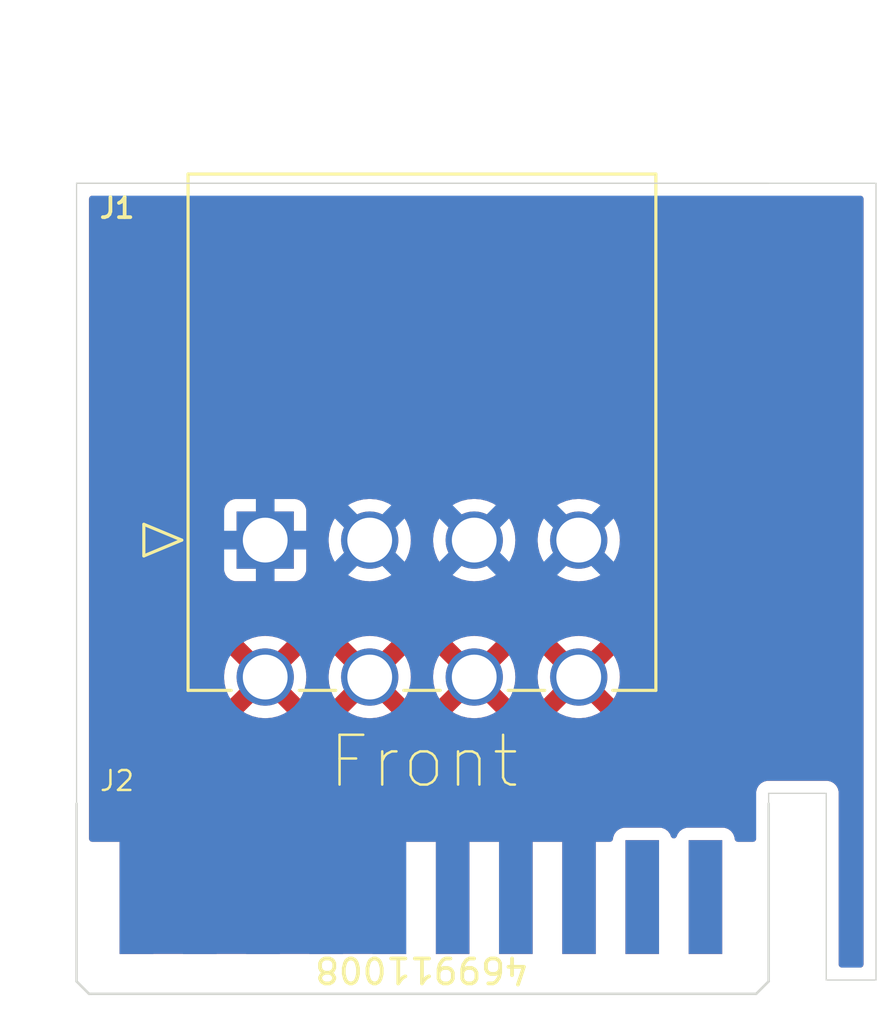
<source format=kicad_pcb>
(kicad_pcb (version 20240108) (generator "pcbnew") (generator_version "8.0")
  (layers (0 "F.Cu" signal) (31 "B.Cu" signal) (34 "B.Paste" user) (35 "F.Paste" user) (36 "B.SilkS" user "B.Silkscreen") (37 "F.SilkS" user "F.Silkscreen") (38 "B.Mask" user) (39 "F.Mask" user) (44 "Edge.Cuts" user))
  (net 0 "")
  (net 1 "GND")
  (net 2 "+12V")
  (footprint "XG_Mobile:20P_Slot_Power" (layer "F.Cu") (at 17.786002 47.667499)
    (property "Reference" "J2" (at -0.786002 -4.667499 0) (layer "F.SilkS") (effects (font (size 0.8 0.8) (thickness 0.1))))
    (property "Value" "Conn_02x10_Odd_Even")
    (fp_line (start -2.413 3.386) (end -2.413 -3.754) (stroke (width 0.1)) (layer "Edge.Cuts"))
    (fp_line (start -1.913 3.886) (end -2.413 3.386) (stroke (width 0.1)) (layer "Edge.Cuts"))
    (fp_line (start -1.913 3.886) (end 24.9 3.886) (stroke (width 0.1)) (layer "Edge.Cuts"))
    (fp_line (start 24.9 3.886) (end 25.4 3.386) (stroke (width 0.1)) (layer "Edge.Cuts"))
    (fp_line (start 25.4 3.386) (end 25.4 -3.754) (stroke (width 0.1)) (layer "Edge.Cuts"))
    (pad "1" smd rect (at 0 0) (size 1.35 4.572) (layers "F.Cu") (net 2 "+12V"))
    (pad "2" smd rect (at 0 0) (size 1.35 4.572) (layers "B.Cu") (net 1 "GND"))
    (pad "3" smd rect (at 2.54 0) (size 1.35 4.572) (layers "F.Cu") (net 2 "+12V"))
    (pad "4" smd rect (at 2.54 0) (size 1.35 4.572) (layers "B.Cu") (net 1 "GND"))
    (pad "5" smd rect (at 5.08 0) (size 1.35 4.572) (layers "F.Cu") (net 2 "+12V"))
    (pad "6" smd rect (at 5.08 0) (size 1.35 4.572) (layers "B.Cu") (net 1 "GND"))
    (pad "7" smd rect (at 7.62 0) (size 1.35 4.572) (layers "F.Cu") (net 2 "+12V"))
    (pad "8" smd rect (at 7.62 0) (size 1.35 4.572) (layers "B.Cu") (net 1 "GND"))
    (pad "9" smd rect (at 10.16 0) (size 1.35 4.572) (layers "F.Cu") (net 2 "+12V"))
    (pad "10" smd rect (at 10.16 0) (size 1.35 4.572) (layers "B.Cu") (net 1 "GND"))
    (pad "11" smd rect (at 12.7 0) (size 1.35 4.572) (layers "F.Cu") (net 2 "+12V"))
    (pad "12" smd rect (at 12.7 0) (size 1.35 4.572) (layers "B.Cu") (net 1 "GND"))
    (pad "13" smd rect (at 15.24 0) (size 1.35 4.572) (layers "F.Cu") (net 2 "+12V"))
    (pad "14" smd rect (at 15.24 0) (size 1.35 4.572) (layers "B.Cu") (net 1 "GND"))
    (pad "15" smd rect (at 17.78 0) (size 1.35 4.572) (layers "F.Cu") (net 2 "+12V"))
    (pad "16" smd rect (at 17.78 0) (size 1.35 4.572) (layers "B.Cu") (net 1 "GND"))
    (pad "17" smd rect (at 20.32 0) (size 1.35 4.572) (layers "F.Cu"))
    (pad "18" smd rect (at 20.32 0) (size 1.35 4.572) (layers "B.Cu"))
    (pad "19" smd rect (at 22.86 0) (size 1.35 4.572) (layers "F.Cu"))
    (pad "20" smd rect (at 22.86 0) (size 1.35 4.572) (layers "B.Cu"))
  )
  (footprint "469911008:CON_469911008" (layer "F.Cu") (at 22.954 33.332501 180)
    (property "Reference" "J1" (at 5.954 13.332501 0) (layer "F.SilkS") (effects (font (size 0.8 0.8))))
    (property "Value" "469911008")
    (fp_line (start 4.877981 0.635) (end 3.353981 0) (stroke (width 0.127)) (layer "F.SilkS"))
    (fp_line (start 4.877981 -0.635) (end 4.877981 0.635) (stroke (width 0.127)) (layer "F.SilkS"))
    (fp_line (start 3.353981 0) (end 4.877981 -0.635) (stroke (width 0.127)) (layer "F.SilkS"))
    (fp_line (start 3.099981 14.7) (end 3.099981 -6.034999) (stroke (width 0.127)) (layer "F.SilkS"))
    (fp_line (start 3.099981 -6.034999) (end 1.366503 -6.034999) (stroke (width 0.127)) (layer "F.SilkS"))
    (fp_line (start -1.366503 -6.034999) (end -2.833496 -6.034999) (stroke (width 0.127)) (layer "F.SilkS"))
    (fp_line (start -5.566502 -6.034999) (end -7.033495 -6.034999) (stroke (width 0.127)) (layer "F.SilkS"))
    (fp_line (start -9.766502 -6.034999) (end -11.233495 -6.034999) (stroke (width 0.127)) (layer "F.SilkS"))
    (fp_line (start -13.966501 -6.034999) (end -15.699981 -6.034999) (stroke (width 0.127)) (layer "F.SilkS"))
    (fp_line (start -15.699981 14.7) (end 3.099981 14.7) (stroke (width 0.127)) (layer "F.SilkS"))
    (fp_line (start -15.699981 -6.034999) (end -15.699981 14.7) (stroke (width 0.127)) (layer "F.SilkS"))
    (fp_text user "469911008" (at -6.3 -17.257499 180) (layer "F.SilkS"))
    (pad "1" thru_hole rect (at 0 0 180) (size 2.3 2.3) (drill 1.8) (layers "*.Cu" "*.Mask") (net 1 "GND"))
    (pad "2" thru_hole circle (at -4.199999 0 180) (size 2.3 2.3) (drill 1.8) (layers "*.Cu" "*.Mask") (net 1 "GND"))
    (pad "3" thru_hole circle (at -8.399998 0 180) (size 2.3 2.3) (drill 1.8) (layers "*.Cu" "*.Mask") (net 1 "GND"))
    (pad "4" thru_hole circle (at -12.599998 0 180) (size 2.3 2.3) (drill 1.8) (layers "*.Cu" "*.Mask") (net 1 "GND"))
    (pad "5" thru_hole circle (at 0 -5.499999 180) (size 2.3 2.3) (drill 1.8) (layers "*.Cu" "*.Mask") (net 2 "+12V"))
    (pad "6" thru_hole circle (at -4.199999 -5.499999 180) (size 2.3 2.3) (drill 1.8) (layers "*.Cu" "*.Mask") (net 2 "+12V"))
    (pad "7" thru_hole circle (at -8.399998 -5.499999 180) (size 2.3 2.3) (drill 1.8) (layers "*.Cu" "*.Mask") (net 2 "+12V"))
    (pad "8" thru_hole circle (at -12.599998 -5.499999 180) (size 2.3 2.3) (drill 1.8) (layers "*.Cu" "*.Mask") (net 2 "+12V"))
  )
  (gr_rect (start 17.1 45.31) (end 28.62 49.95) (fill solid) (layer "F.Cu") (net 2))
  (gr_rect (start 17.1 45.31) (end 28.62 49.95) (fill solid) (layer "B.Cu") (net 1))
  (gr_line (start 15.373002 19) (end 43.186002 19) (stroke (width 0.05)) (layer "Edge.Cuts"))
  (gr_line (start 15.373002 19) (end 47.5 19) (stroke (width 0.05)) (layer "Edge.Cuts"))
  (gr_line (start 15.373002 43.913499) (end 15.373002 19) (stroke (width 0.05)) (layer "Edge.Cuts"))
  (gr_line (start 45.5 51) (end 45.5 43.5) (stroke (width 0.05)) (layer "Edge.Cuts"))
  (gr_line (start 43.186002 43.913499) (end 43.186002 43.5) (stroke (width 0.05)) (layer "Edge.Cuts"))
  (gr_line (start 47.5 51) (end 47.5 19) (stroke (width 0.05)) (layer "Edge.Cuts"))
  (gr_line (start 45.5 51) (end 47.5 51) (stroke (width 0.05)) (layer "Edge.Cuts"))
  (gr_line (start 45.5 43.5) (end 43.186002 43.5) (stroke (width 0.05)) (layer "Edge.Cuts"))
  (gr_text "Front" (at 25.4 43.4 0) (layer "F.SilkS") (effects (font (size 2 2) (thickness 0.1)) (justify left bottom)))
  (zone (net 2) (net_name "+12V") (layer "F.Cu") (connect_pads thru_hole_only (clearance 0.5)) (min_thickness 0.25) (fill yes (thermal_gap 0.5) (thermal_bridge_width 0.75))
    (polygon (pts (xy 15 19) (xy 48 19) (xy 48 52) (xy 15 52)))
  )
  (zone (net 0) (net_name "") (layers "F&B.Cu") (name "No Fill") (connect_pads (clearance 0)) (min_thickness 0.1)
    (keepout (tracks allowed) (vias allowed) (pads allowed) (copperpour not_allowed) (footprints allowed))
    (fill (thermal_gap 0.5) (thermal_bridge_width 0.5))
    (polygon (pts (xy 15.284836 52) (xy 15.284836 45.45) (xy 43.284836 45.45) (xy 43.284836 52)))
  )
  (zone (net 1) (net_name "GND") (layer "B.Cu") (priority 1) (connect_pads thru_hole_only (clearance 0.5)) (min_thickness 0.25) (fill yes (thermal_gap 0.5) (thermal_bridge_width 0.75))
    (polygon (pts (xy 15 19) (xy 48 19) (xy 48 52) (xy 15 52)))
  )
)
</source>
